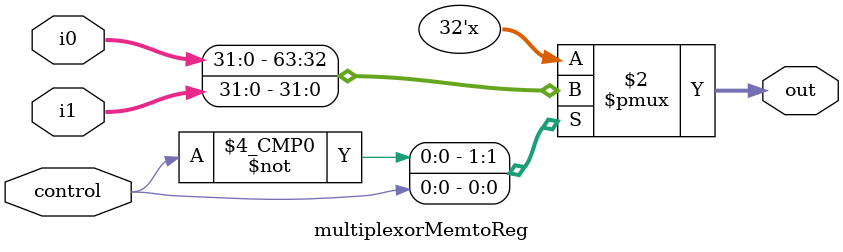
<source format=v>
module multiplexorRegDst(
	input wire[4:0] i0, i1,
	input wire control,
	output reg[4:0] out
	);

	always @ (i0, i1, control) begin
		case(control)
			0: out <= i0;
			1: out <= i1;
		endcase
	end
endmodule

module multiplexorALUSrc(
	input wire[31:0] i0, i1,
	input wire control,
	output reg[31:0] out
	);

	always @ (i0, i1, control) begin
		case(control)
			0: out <= i0;
			1: out <= i1;
		endcase
	end
endmodule


module multiplexorMemtoReg(
	input wire[31:0] i0, i1,
	input wire control,
	output reg[31:0] out
	);

	always @ (i0, i1, control) begin
		case(control)
			0: out <= i0;
			1: out <= i1;
		endcase
	end
endmodule

</source>
